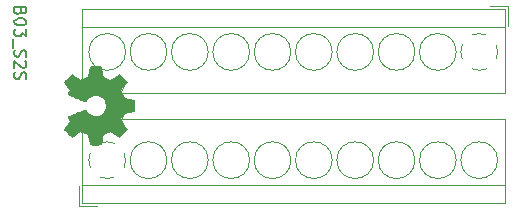
<source format=gbr>
G04 #@! TF.GenerationSoftware,KiCad,Pcbnew,5.1.5-52549c5~86~ubuntu18.04.1*
G04 #@! TF.CreationDate,2020-09-06T15:49:57-05:00*
G04 #@! TF.ProjectId,B03,4230332e-6b69-4636-9164-5f7063625858,rev?*
G04 #@! TF.SameCoordinates,Original*
G04 #@! TF.FileFunction,Legend,Top*
G04 #@! TF.FilePolarity,Positive*
%FSLAX46Y46*%
G04 Gerber Fmt 4.6, Leading zero omitted, Abs format (unit mm)*
G04 Created by KiCad (PCBNEW 5.1.5-52549c5~86~ubuntu18.04.1) date 2020-09-06 15:49:57*
%MOMM*%
%LPD*%
G04 APERTURE LIST*
%ADD10C,0.150000*%
%ADD11C,0.010000*%
%ADD12C,0.120000*%
G04 APERTURE END LIST*
D10*
X21051828Y-20855323D02*
X21004209Y-20998180D01*
X20956590Y-21045800D01*
X20861352Y-21093419D01*
X20718495Y-21093419D01*
X20623257Y-21045800D01*
X20575638Y-20998180D01*
X20528019Y-20902942D01*
X20528019Y-20521990D01*
X21528019Y-20521990D01*
X21528019Y-20855323D01*
X21480400Y-20950561D01*
X21432780Y-20998180D01*
X21337542Y-21045800D01*
X21242304Y-21045800D01*
X21147066Y-20998180D01*
X21099447Y-20950561D01*
X21051828Y-20855323D01*
X21051828Y-20521990D01*
X21528019Y-21712466D02*
X21528019Y-21807704D01*
X21480400Y-21902942D01*
X21432780Y-21950561D01*
X21337542Y-21998180D01*
X21147066Y-22045800D01*
X20908971Y-22045800D01*
X20718495Y-21998180D01*
X20623257Y-21950561D01*
X20575638Y-21902942D01*
X20528019Y-21807704D01*
X20528019Y-21712466D01*
X20575638Y-21617228D01*
X20623257Y-21569609D01*
X20718495Y-21521990D01*
X20908971Y-21474371D01*
X21147066Y-21474371D01*
X21337542Y-21521990D01*
X21432780Y-21569609D01*
X21480400Y-21617228D01*
X21528019Y-21712466D01*
X21528019Y-22379133D02*
X21528019Y-22998180D01*
X21147066Y-22664847D01*
X21147066Y-22807704D01*
X21099447Y-22902942D01*
X21051828Y-22950561D01*
X20956590Y-22998180D01*
X20718495Y-22998180D01*
X20623257Y-22950561D01*
X20575638Y-22902942D01*
X20528019Y-22807704D01*
X20528019Y-22521990D01*
X20575638Y-22426752D01*
X20623257Y-22379133D01*
X20432780Y-23188657D02*
X20432780Y-23950561D01*
X20575638Y-24141038D02*
X20528019Y-24283895D01*
X20528019Y-24521990D01*
X20575638Y-24617228D01*
X20623257Y-24664847D01*
X20718495Y-24712466D01*
X20813733Y-24712466D01*
X20908971Y-24664847D01*
X20956590Y-24617228D01*
X21004209Y-24521990D01*
X21051828Y-24331514D01*
X21099447Y-24236276D01*
X21147066Y-24188657D01*
X21242304Y-24141038D01*
X21337542Y-24141038D01*
X21432780Y-24188657D01*
X21480400Y-24236276D01*
X21528019Y-24331514D01*
X21528019Y-24569609D01*
X21480400Y-24712466D01*
X21432780Y-25093419D02*
X21480400Y-25141038D01*
X21528019Y-25236276D01*
X21528019Y-25474371D01*
X21480400Y-25569609D01*
X21432780Y-25617228D01*
X21337542Y-25664847D01*
X21242304Y-25664847D01*
X21099447Y-25617228D01*
X20528019Y-25045800D01*
X20528019Y-25664847D01*
X20575638Y-26045800D02*
X20528019Y-26188657D01*
X20528019Y-26426752D01*
X20575638Y-26521990D01*
X20623257Y-26569609D01*
X20718495Y-26617228D01*
X20813733Y-26617228D01*
X20908971Y-26569609D01*
X20956590Y-26521990D01*
X21004209Y-26426752D01*
X21051828Y-26236276D01*
X21099447Y-26141038D01*
X21147066Y-26093419D01*
X21242304Y-26045800D01*
X21337542Y-26045800D01*
X21432780Y-26093419D01*
X21480400Y-26141038D01*
X21528019Y-26236276D01*
X21528019Y-26474371D01*
X21480400Y-26617228D01*
D11*
G36*
X30217069Y-29384814D02*
G01*
X29772445Y-29468635D01*
X29644947Y-29777920D01*
X29517449Y-30087206D01*
X29769754Y-30458246D01*
X29840004Y-30562157D01*
X29902728Y-30656087D01*
X29955062Y-30735652D01*
X29994143Y-30796470D01*
X30017107Y-30834157D01*
X30022058Y-30844421D01*
X30009324Y-30862910D01*
X29974118Y-30902420D01*
X29920938Y-30958522D01*
X29854282Y-31026787D01*
X29778646Y-31102786D01*
X29698528Y-31182092D01*
X29618426Y-31260275D01*
X29542836Y-31332907D01*
X29476255Y-31395559D01*
X29423182Y-31443803D01*
X29388113Y-31473210D01*
X29376377Y-31480241D01*
X29354740Y-31470123D01*
X29307338Y-31441759D01*
X29238807Y-31398129D01*
X29153785Y-31342218D01*
X29056907Y-31277006D01*
X29001650Y-31239219D01*
X28900752Y-31170343D01*
X28809701Y-31109140D01*
X28733030Y-31058578D01*
X28675272Y-31021628D01*
X28640957Y-31001258D01*
X28633746Y-30998197D01*
X28613252Y-31005136D01*
X28565487Y-31024051D01*
X28497168Y-31052087D01*
X28415011Y-31086391D01*
X28325730Y-31124109D01*
X28236042Y-31162387D01*
X28152662Y-31198370D01*
X28082306Y-31229206D01*
X28031690Y-31252039D01*
X28007529Y-31264017D01*
X28006578Y-31264724D01*
X28001964Y-31283531D01*
X27991672Y-31333618D01*
X27976713Y-31409793D01*
X27958099Y-31506865D01*
X27936841Y-31619643D01*
X27924582Y-31685442D01*
X27901638Y-31805950D01*
X27879805Y-31914797D01*
X27860278Y-32006476D01*
X27844252Y-32075481D01*
X27832921Y-32116304D01*
X27829326Y-32124511D01*
X27804994Y-32132548D01*
X27750041Y-32139033D01*
X27670892Y-32143970D01*
X27573974Y-32147364D01*
X27465713Y-32149218D01*
X27352535Y-32149538D01*
X27240865Y-32148327D01*
X27137132Y-32145590D01*
X27047759Y-32141331D01*
X26979174Y-32135555D01*
X26937803Y-32128267D01*
X26929190Y-32123895D01*
X26918867Y-32097764D01*
X26904108Y-32042393D01*
X26886648Y-31965107D01*
X26868220Y-31873230D01*
X26862259Y-31841158D01*
X26833934Y-31686524D01*
X26811124Y-31564375D01*
X26792920Y-31470673D01*
X26778417Y-31401384D01*
X26766708Y-31352471D01*
X26756885Y-31319897D01*
X26748044Y-31299628D01*
X26739276Y-31287626D01*
X26737543Y-31285947D01*
X26709629Y-31269184D01*
X26655305Y-31243614D01*
X26581223Y-31211788D01*
X26494035Y-31176260D01*
X26400392Y-31139583D01*
X26306948Y-31104311D01*
X26220353Y-31072996D01*
X26147260Y-31048193D01*
X26094322Y-31032454D01*
X26068189Y-31028332D01*
X26067274Y-31028676D01*
X26045914Y-31042641D01*
X25998916Y-31074322D01*
X25931173Y-31120391D01*
X25847577Y-31177518D01*
X25753018Y-31242373D01*
X25726146Y-31260843D01*
X25628725Y-31326699D01*
X25539837Y-31384650D01*
X25464588Y-31431538D01*
X25408080Y-31464207D01*
X25375419Y-31479500D01*
X25371407Y-31480241D01*
X25350316Y-31467392D01*
X25308536Y-31431888D01*
X25250555Y-31378293D01*
X25180865Y-31311171D01*
X25103955Y-31235087D01*
X25024317Y-31154604D01*
X24946439Y-31074287D01*
X24874814Y-30998699D01*
X24813930Y-30932405D01*
X24768279Y-30879969D01*
X24742350Y-30845955D01*
X24738117Y-30836545D01*
X24748088Y-30814643D01*
X24774980Y-30769800D01*
X24814264Y-30709321D01*
X24845883Y-30662789D01*
X24903902Y-30578475D01*
X24972216Y-30478626D01*
X25040421Y-30378473D01*
X25076925Y-30324627D01*
X25200200Y-30142371D01*
X25117480Y-29989381D01*
X25081241Y-29919682D01*
X25053074Y-29860414D01*
X25037009Y-29820311D01*
X25034774Y-29810103D01*
X25051278Y-29797829D01*
X25097918Y-29773613D01*
X25170391Y-29739263D01*
X25264394Y-29696588D01*
X25375626Y-29647394D01*
X25499785Y-29593490D01*
X25632568Y-29536684D01*
X25769673Y-29478782D01*
X25906798Y-29421593D01*
X26039642Y-29366924D01*
X26163902Y-29316584D01*
X26275275Y-29272380D01*
X26369461Y-29236119D01*
X26442156Y-29209609D01*
X26489059Y-29194658D01*
X26505167Y-29192254D01*
X26525714Y-29211311D01*
X26559067Y-29253036D01*
X26598298Y-29308706D01*
X26601401Y-29313378D01*
X26716577Y-29457264D01*
X26850947Y-29573283D01*
X27000216Y-29660430D01*
X27160087Y-29717699D01*
X27326263Y-29744086D01*
X27494448Y-29738585D01*
X27660345Y-29700190D01*
X27819658Y-29627895D01*
X27854513Y-29606626D01*
X27995263Y-29495996D01*
X28108286Y-29365302D01*
X28192997Y-29219064D01*
X28248806Y-29061808D01*
X28275126Y-28898057D01*
X28271370Y-28732333D01*
X28236950Y-28569162D01*
X28171277Y-28413065D01*
X28073765Y-28268567D01*
X28034187Y-28223869D01*
X27910297Y-28110112D01*
X27779876Y-28027218D01*
X27633685Y-27970356D01*
X27488912Y-27938687D01*
X27326140Y-27930869D01*
X27162560Y-27956938D01*
X27003702Y-28014245D01*
X26855094Y-28100144D01*
X26722265Y-28211986D01*
X26610744Y-28347123D01*
X26598989Y-28364883D01*
X26560492Y-28421150D01*
X26527137Y-28463923D01*
X26505840Y-28484372D01*
X26505167Y-28484669D01*
X26482129Y-28480279D01*
X26429843Y-28462876D01*
X26352610Y-28434268D01*
X26254732Y-28396265D01*
X26140509Y-28350674D01*
X26014242Y-28299303D01*
X25880233Y-28243962D01*
X25742782Y-28186458D01*
X25606192Y-28128601D01*
X25474763Y-28072198D01*
X25352795Y-28019058D01*
X25244591Y-27970990D01*
X25154451Y-27929801D01*
X25086677Y-27897301D01*
X25045570Y-27875297D01*
X25034774Y-27866436D01*
X25043181Y-27839360D01*
X25065728Y-27788697D01*
X25098387Y-27723183D01*
X25117480Y-27687159D01*
X25200200Y-27534168D01*
X25076925Y-27351912D01*
X25013772Y-27258875D01*
X24944273Y-27157015D01*
X24878835Y-27061562D01*
X24845883Y-27013750D01*
X24800727Y-26946505D01*
X24764943Y-26889564D01*
X24743062Y-26850354D01*
X24738437Y-26837619D01*
X24750915Y-26819083D01*
X24785748Y-26778059D01*
X24839322Y-26718525D01*
X24908017Y-26644458D01*
X24988219Y-26559835D01*
X25039714Y-26506315D01*
X25131714Y-26412681D01*
X25214001Y-26331759D01*
X25283055Y-26266823D01*
X25335356Y-26221142D01*
X25367384Y-26197989D01*
X25373884Y-26195768D01*
X25398606Y-26206076D01*
X25448595Y-26234561D01*
X25518788Y-26278063D01*
X25604125Y-26333423D01*
X25699544Y-26397480D01*
X25726146Y-26415697D01*
X25822833Y-26482073D01*
X25909883Y-26541622D01*
X25982405Y-26591016D01*
X26035507Y-26626925D01*
X26064297Y-26646019D01*
X26067274Y-26647864D01*
X26090218Y-26645105D01*
X26140664Y-26630462D01*
X26211959Y-26606487D01*
X26297453Y-26575734D01*
X26390493Y-26540756D01*
X26484426Y-26504107D01*
X26572601Y-26468339D01*
X26648366Y-26436006D01*
X26705069Y-26409662D01*
X26736057Y-26391858D01*
X26737543Y-26390593D01*
X26746399Y-26379706D01*
X26755157Y-26361318D01*
X26764723Y-26331394D01*
X26776004Y-26285897D01*
X26789907Y-26220791D01*
X26807337Y-26132039D01*
X26829202Y-26015607D01*
X26856409Y-25867458D01*
X26862259Y-25835382D01*
X26880626Y-25740314D01*
X26898595Y-25657435D01*
X26914431Y-25594070D01*
X26926400Y-25557542D01*
X26929190Y-25552644D01*
X26953928Y-25544573D01*
X27009210Y-25538013D01*
X27088611Y-25532967D01*
X27185704Y-25529441D01*
X27294062Y-25527439D01*
X27407260Y-25526964D01*
X27518872Y-25528023D01*
X27622471Y-25530618D01*
X27711632Y-25534754D01*
X27779928Y-25540437D01*
X27820934Y-25547669D01*
X27829326Y-25552029D01*
X27837792Y-25576302D01*
X27851565Y-25631574D01*
X27869450Y-25712338D01*
X27890252Y-25813088D01*
X27912777Y-25928317D01*
X27924582Y-25991098D01*
X27946849Y-26110213D01*
X27967021Y-26216435D01*
X27984085Y-26304573D01*
X27997031Y-26369434D01*
X28004845Y-26405826D01*
X28006578Y-26411816D01*
X28026110Y-26421939D01*
X28073157Y-26443338D01*
X28140997Y-26473161D01*
X28222909Y-26508555D01*
X28312172Y-26546668D01*
X28402065Y-26584647D01*
X28485865Y-26619640D01*
X28556853Y-26648794D01*
X28608306Y-26669257D01*
X28633503Y-26678177D01*
X28634604Y-26678343D01*
X28654481Y-26668231D01*
X28700223Y-26639883D01*
X28767283Y-26596277D01*
X28851116Y-26540394D01*
X28947174Y-26475213D01*
X29002350Y-26437321D01*
X29103519Y-26368275D01*
X29195370Y-26306950D01*
X29273256Y-26256337D01*
X29332531Y-26219429D01*
X29368549Y-26199218D01*
X29376623Y-26196299D01*
X29395416Y-26208847D01*
X29435543Y-26243537D01*
X29492507Y-26295937D01*
X29561815Y-26361616D01*
X29638969Y-26436144D01*
X29719475Y-26515087D01*
X29798837Y-26594017D01*
X29872560Y-26668500D01*
X29936148Y-26734106D01*
X29985106Y-26786404D01*
X30014939Y-26820961D01*
X30022058Y-26832522D01*
X30012047Y-26851346D01*
X29983922Y-26896369D01*
X29940546Y-26963213D01*
X29884782Y-27047501D01*
X29819494Y-27144856D01*
X29769754Y-27218293D01*
X29517449Y-27589333D01*
X29772445Y-28207905D01*
X30217069Y-28291725D01*
X30661693Y-28375546D01*
X30661693Y-29300994D01*
X30217069Y-29384814D01*
G37*
X30217069Y-29384814D02*
X29772445Y-29468635D01*
X29644947Y-29777920D01*
X29517449Y-30087206D01*
X29769754Y-30458246D01*
X29840004Y-30562157D01*
X29902728Y-30656087D01*
X29955062Y-30735652D01*
X29994143Y-30796470D01*
X30017107Y-30834157D01*
X30022058Y-30844421D01*
X30009324Y-30862910D01*
X29974118Y-30902420D01*
X29920938Y-30958522D01*
X29854282Y-31026787D01*
X29778646Y-31102786D01*
X29698528Y-31182092D01*
X29618426Y-31260275D01*
X29542836Y-31332907D01*
X29476255Y-31395559D01*
X29423182Y-31443803D01*
X29388113Y-31473210D01*
X29376377Y-31480241D01*
X29354740Y-31470123D01*
X29307338Y-31441759D01*
X29238807Y-31398129D01*
X29153785Y-31342218D01*
X29056907Y-31277006D01*
X29001650Y-31239219D01*
X28900752Y-31170343D01*
X28809701Y-31109140D01*
X28733030Y-31058578D01*
X28675272Y-31021628D01*
X28640957Y-31001258D01*
X28633746Y-30998197D01*
X28613252Y-31005136D01*
X28565487Y-31024051D01*
X28497168Y-31052087D01*
X28415011Y-31086391D01*
X28325730Y-31124109D01*
X28236042Y-31162387D01*
X28152662Y-31198370D01*
X28082306Y-31229206D01*
X28031690Y-31252039D01*
X28007529Y-31264017D01*
X28006578Y-31264724D01*
X28001964Y-31283531D01*
X27991672Y-31333618D01*
X27976713Y-31409793D01*
X27958099Y-31506865D01*
X27936841Y-31619643D01*
X27924582Y-31685442D01*
X27901638Y-31805950D01*
X27879805Y-31914797D01*
X27860278Y-32006476D01*
X27844252Y-32075481D01*
X27832921Y-32116304D01*
X27829326Y-32124511D01*
X27804994Y-32132548D01*
X27750041Y-32139033D01*
X27670892Y-32143970D01*
X27573974Y-32147364D01*
X27465713Y-32149218D01*
X27352535Y-32149538D01*
X27240865Y-32148327D01*
X27137132Y-32145590D01*
X27047759Y-32141331D01*
X26979174Y-32135555D01*
X26937803Y-32128267D01*
X26929190Y-32123895D01*
X26918867Y-32097764D01*
X26904108Y-32042393D01*
X26886648Y-31965107D01*
X26868220Y-31873230D01*
X26862259Y-31841158D01*
X26833934Y-31686524D01*
X26811124Y-31564375D01*
X26792920Y-31470673D01*
X26778417Y-31401384D01*
X26766708Y-31352471D01*
X26756885Y-31319897D01*
X26748044Y-31299628D01*
X26739276Y-31287626D01*
X26737543Y-31285947D01*
X26709629Y-31269184D01*
X26655305Y-31243614D01*
X26581223Y-31211788D01*
X26494035Y-31176260D01*
X26400392Y-31139583D01*
X26306948Y-31104311D01*
X26220353Y-31072996D01*
X26147260Y-31048193D01*
X26094322Y-31032454D01*
X26068189Y-31028332D01*
X26067274Y-31028676D01*
X26045914Y-31042641D01*
X25998916Y-31074322D01*
X25931173Y-31120391D01*
X25847577Y-31177518D01*
X25753018Y-31242373D01*
X25726146Y-31260843D01*
X25628725Y-31326699D01*
X25539837Y-31384650D01*
X25464588Y-31431538D01*
X25408080Y-31464207D01*
X25375419Y-31479500D01*
X25371407Y-31480241D01*
X25350316Y-31467392D01*
X25308536Y-31431888D01*
X25250555Y-31378293D01*
X25180865Y-31311171D01*
X25103955Y-31235087D01*
X25024317Y-31154604D01*
X24946439Y-31074287D01*
X24874814Y-30998699D01*
X24813930Y-30932405D01*
X24768279Y-30879969D01*
X24742350Y-30845955D01*
X24738117Y-30836545D01*
X24748088Y-30814643D01*
X24774980Y-30769800D01*
X24814264Y-30709321D01*
X24845883Y-30662789D01*
X24903902Y-30578475D01*
X24972216Y-30478626D01*
X25040421Y-30378473D01*
X25076925Y-30324627D01*
X25200200Y-30142371D01*
X25117480Y-29989381D01*
X25081241Y-29919682D01*
X25053074Y-29860414D01*
X25037009Y-29820311D01*
X25034774Y-29810103D01*
X25051278Y-29797829D01*
X25097918Y-29773613D01*
X25170391Y-29739263D01*
X25264394Y-29696588D01*
X25375626Y-29647394D01*
X25499785Y-29593490D01*
X25632568Y-29536684D01*
X25769673Y-29478782D01*
X25906798Y-29421593D01*
X26039642Y-29366924D01*
X26163902Y-29316584D01*
X26275275Y-29272380D01*
X26369461Y-29236119D01*
X26442156Y-29209609D01*
X26489059Y-29194658D01*
X26505167Y-29192254D01*
X26525714Y-29211311D01*
X26559067Y-29253036D01*
X26598298Y-29308706D01*
X26601401Y-29313378D01*
X26716577Y-29457264D01*
X26850947Y-29573283D01*
X27000216Y-29660430D01*
X27160087Y-29717699D01*
X27326263Y-29744086D01*
X27494448Y-29738585D01*
X27660345Y-29700190D01*
X27819658Y-29627895D01*
X27854513Y-29606626D01*
X27995263Y-29495996D01*
X28108286Y-29365302D01*
X28192997Y-29219064D01*
X28248806Y-29061808D01*
X28275126Y-28898057D01*
X28271370Y-28732333D01*
X28236950Y-28569162D01*
X28171277Y-28413065D01*
X28073765Y-28268567D01*
X28034187Y-28223869D01*
X27910297Y-28110112D01*
X27779876Y-28027218D01*
X27633685Y-27970356D01*
X27488912Y-27938687D01*
X27326140Y-27930869D01*
X27162560Y-27956938D01*
X27003702Y-28014245D01*
X26855094Y-28100144D01*
X26722265Y-28211986D01*
X26610744Y-28347123D01*
X26598989Y-28364883D01*
X26560492Y-28421150D01*
X26527137Y-28463923D01*
X26505840Y-28484372D01*
X26505167Y-28484669D01*
X26482129Y-28480279D01*
X26429843Y-28462876D01*
X26352610Y-28434268D01*
X26254732Y-28396265D01*
X26140509Y-28350674D01*
X26014242Y-28299303D01*
X25880233Y-28243962D01*
X25742782Y-28186458D01*
X25606192Y-28128601D01*
X25474763Y-28072198D01*
X25352795Y-28019058D01*
X25244591Y-27970990D01*
X25154451Y-27929801D01*
X25086677Y-27897301D01*
X25045570Y-27875297D01*
X25034774Y-27866436D01*
X25043181Y-27839360D01*
X25065728Y-27788697D01*
X25098387Y-27723183D01*
X25117480Y-27687159D01*
X25200200Y-27534168D01*
X25076925Y-27351912D01*
X25013772Y-27258875D01*
X24944273Y-27157015D01*
X24878835Y-27061562D01*
X24845883Y-27013750D01*
X24800727Y-26946505D01*
X24764943Y-26889564D01*
X24743062Y-26850354D01*
X24738437Y-26837619D01*
X24750915Y-26819083D01*
X24785748Y-26778059D01*
X24839322Y-26718525D01*
X24908017Y-26644458D01*
X24988219Y-26559835D01*
X25039714Y-26506315D01*
X25131714Y-26412681D01*
X25214001Y-26331759D01*
X25283055Y-26266823D01*
X25335356Y-26221142D01*
X25367384Y-26197989D01*
X25373884Y-26195768D01*
X25398606Y-26206076D01*
X25448595Y-26234561D01*
X25518788Y-26278063D01*
X25604125Y-26333423D01*
X25699544Y-26397480D01*
X25726146Y-26415697D01*
X25822833Y-26482073D01*
X25909883Y-26541622D01*
X25982405Y-26591016D01*
X26035507Y-26626925D01*
X26064297Y-26646019D01*
X26067274Y-26647864D01*
X26090218Y-26645105D01*
X26140664Y-26630462D01*
X26211959Y-26606487D01*
X26297453Y-26575734D01*
X26390493Y-26540756D01*
X26484426Y-26504107D01*
X26572601Y-26468339D01*
X26648366Y-26436006D01*
X26705069Y-26409662D01*
X26736057Y-26391858D01*
X26737543Y-26390593D01*
X26746399Y-26379706D01*
X26755157Y-26361318D01*
X26764723Y-26331394D01*
X26776004Y-26285897D01*
X26789907Y-26220791D01*
X26807337Y-26132039D01*
X26829202Y-26015607D01*
X26856409Y-25867458D01*
X26862259Y-25835382D01*
X26880626Y-25740314D01*
X26898595Y-25657435D01*
X26914431Y-25594070D01*
X26926400Y-25557542D01*
X26929190Y-25552644D01*
X26953928Y-25544573D01*
X27009210Y-25538013D01*
X27088611Y-25532967D01*
X27185704Y-25529441D01*
X27294062Y-25527439D01*
X27407260Y-25526964D01*
X27518872Y-25528023D01*
X27622471Y-25530618D01*
X27711632Y-25534754D01*
X27779928Y-25540437D01*
X27820934Y-25547669D01*
X27829326Y-25552029D01*
X27837792Y-25576302D01*
X27851565Y-25631574D01*
X27869450Y-25712338D01*
X27890252Y-25813088D01*
X27912777Y-25928317D01*
X27924582Y-25991098D01*
X27946849Y-26110213D01*
X27967021Y-26216435D01*
X27984085Y-26304573D01*
X27997031Y-26369434D01*
X28004845Y-26405826D01*
X28006578Y-26411816D01*
X28026110Y-26421939D01*
X28073157Y-26443338D01*
X28140997Y-26473161D01*
X28222909Y-26508555D01*
X28312172Y-26546668D01*
X28402065Y-26584647D01*
X28485865Y-26619640D01*
X28556853Y-26648794D01*
X28608306Y-26669257D01*
X28633503Y-26678177D01*
X28634604Y-26678343D01*
X28654481Y-26668231D01*
X28700223Y-26639883D01*
X28767283Y-26596277D01*
X28851116Y-26540394D01*
X28947174Y-26475213D01*
X29002350Y-26437321D01*
X29103519Y-26368275D01*
X29195370Y-26306950D01*
X29273256Y-26256337D01*
X29332531Y-26219429D01*
X29368549Y-26199218D01*
X29376623Y-26196299D01*
X29395416Y-26208847D01*
X29435543Y-26243537D01*
X29492507Y-26295937D01*
X29561815Y-26361616D01*
X29638969Y-26436144D01*
X29719475Y-26515087D01*
X29798837Y-26594017D01*
X29872560Y-26668500D01*
X29936148Y-26734106D01*
X29985106Y-26786404D01*
X30014939Y-26820961D01*
X30022058Y-26832522D01*
X30012047Y-26851346D01*
X29983922Y-26896369D01*
X29940546Y-26963213D01*
X29884782Y-27047501D01*
X29819494Y-27144856D01*
X29769754Y-27218293D01*
X29517449Y-27589333D01*
X29772445Y-28207905D01*
X30217069Y-28291725D01*
X30661693Y-28375546D01*
X30661693Y-29300994D01*
X30217069Y-29384814D01*
D12*
X62280000Y-20407800D02*
X60780000Y-20407800D01*
X62280000Y-22147800D02*
X62280000Y-20407800D01*
X26220000Y-27767800D02*
X26220000Y-20647800D01*
X62040000Y-27767800D02*
X62040000Y-20647800D01*
X62040000Y-20647800D02*
X26220000Y-20647800D01*
X62040000Y-27767800D02*
X26220000Y-27767800D01*
X62040000Y-22207800D02*
X26220000Y-22207800D01*
X29935000Y-24307800D02*
G75*
G03X29935000Y-24307800I-1555000J0D01*
G01*
X33435000Y-24307800D02*
G75*
G03X33435000Y-24307800I-1555000J0D01*
G01*
X36935000Y-24307800D02*
G75*
G03X36935000Y-24307800I-1555000J0D01*
G01*
X40435000Y-24307800D02*
G75*
G03X40435000Y-24307800I-1555000J0D01*
G01*
X43935000Y-24307800D02*
G75*
G03X43935000Y-24307800I-1555000J0D01*
G01*
X47435000Y-24307800D02*
G75*
G03X47435000Y-24307800I-1555000J0D01*
G01*
X50935000Y-24307800D02*
G75*
G03X50935000Y-24307800I-1555000J0D01*
G01*
X54435000Y-24307800D02*
G75*
G03X54435000Y-24307800I-1555000J0D01*
G01*
X57935000Y-24307800D02*
G75*
G03X57935000Y-24307800I-1555000J0D01*
G01*
X59852989Y-22752308D02*
G75*
G02X60488000Y-22875800I27011J-1555492D01*
G01*
X61312109Y-23700058D02*
G75*
G02X61312000Y-24915800I-1432109J-607742D01*
G01*
X60487742Y-25739909D02*
G75*
G02X59272000Y-25739800I-607742J1432109D01*
G01*
X58447891Y-24915542D02*
G75*
G02X58448000Y-23699800I1432109J607742D01*
G01*
X59272413Y-22876415D02*
G75*
G02X59880000Y-22752800I607587J-1431385D01*
G01*
X25980000Y-37372200D02*
X27480000Y-37372200D01*
X25980000Y-35632200D02*
X25980000Y-37372200D01*
X62040000Y-30012200D02*
X62040000Y-37132200D01*
X26220000Y-30012200D02*
X26220000Y-37132200D01*
X26220000Y-37132200D02*
X62040000Y-37132200D01*
X26220000Y-30012200D02*
X62040000Y-30012200D01*
X26220000Y-35572200D02*
X62040000Y-35572200D01*
X61435000Y-33472200D02*
G75*
G03X61435000Y-33472200I-1555000J0D01*
G01*
X57935000Y-33472200D02*
G75*
G03X57935000Y-33472200I-1555000J0D01*
G01*
X54435000Y-33472200D02*
G75*
G03X54435000Y-33472200I-1555000J0D01*
G01*
X50935000Y-33472200D02*
G75*
G03X50935000Y-33472200I-1555000J0D01*
G01*
X47435000Y-33472200D02*
G75*
G03X47435000Y-33472200I-1555000J0D01*
G01*
X43935000Y-33472200D02*
G75*
G03X43935000Y-33472200I-1555000J0D01*
G01*
X40435000Y-33472200D02*
G75*
G03X40435000Y-33472200I-1555000J0D01*
G01*
X36935000Y-33472200D02*
G75*
G03X36935000Y-33472200I-1555000J0D01*
G01*
X33435000Y-33472200D02*
G75*
G03X33435000Y-33472200I-1555000J0D01*
G01*
X28407011Y-35027692D02*
G75*
G02X27772000Y-34904200I-27011J1555492D01*
G01*
X26947891Y-34079942D02*
G75*
G02X26948000Y-32864200I1432109J607742D01*
G01*
X27772258Y-32040091D02*
G75*
G02X28988000Y-32040200I607742J-1432109D01*
G01*
X29812109Y-32864458D02*
G75*
G02X29812000Y-34080200I-1432109J-607742D01*
G01*
X28987587Y-34903585D02*
G75*
G02X28380000Y-35027200I-607587J1431385D01*
G01*
M02*

</source>
